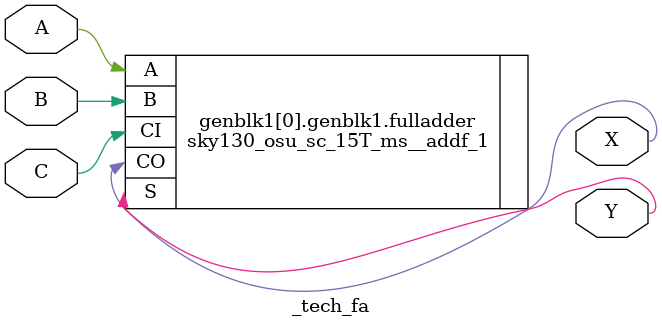
<source format=v>

(* techmap_celltype = "$fa" *)
module _tech_fa (A, B, C, X, Y);
  parameter WIDTH = 1;
  (* force_downto *)
    input [WIDTH-1 : 0] A, B, C;
  (* force_downto *)
    output [WIDTH-1 : 0] X, Y;
  
  parameter _TECHMAP_CONSTVAL_A_ = WIDTH'bx;
  parameter _TECHMAP_CONSTVAL_B_ = WIDTH'bx;
  parameter _TECHMAP_CONSTVAL_C_ = WIDTH'bx;
  
  genvar i;
  generate for (i = 0; i < WIDTH; i = i + 1) begin
      if (_TECHMAP_CONSTVAL_A_[i] === 1'b0 || _TECHMAP_CONSTVAL_B_[i] === 1'b0 || _TECHMAP_CONSTVAL_C_[i] === 1'b0) begin
        if (_TECHMAP_CONSTVAL_C_[i] === 1'b0) begin
          sky130_osu_sc_15T_ms__addh_1 halfadder_Cconst (
              .A(A[i]),
              .B(B[i]),
              .CO(X[i]), .S(Y[i])
            );
        end 
        else begin
          if (_TECHMAP_CONSTVAL_B_[i] === 1'b0) begin
            sky130_osu_sc_15T_ms__addh_1 halfadder_Bconst (
                .A(A[i]),
                .B(C[i]),
                .CO(X[i]), .S(Y[i])
              );
          end
          else begin
            sky130_osu_sc_15T_ms__addh_1 halfadder_Aconst (
                .A(B[i]),
                .B(C[i]),
                .CO(X[i]), .S(Y[i])
              );
          end
        end
      end
      else begin
        sky130_osu_sc_15T_ms__addf_1 fulladder (
            .A(A[i]), .B(B[i]), .CI(C[i]), .CO(X[i]), .S(Y[i])
          );
      end
    end endgenerate

endmodule

</source>
